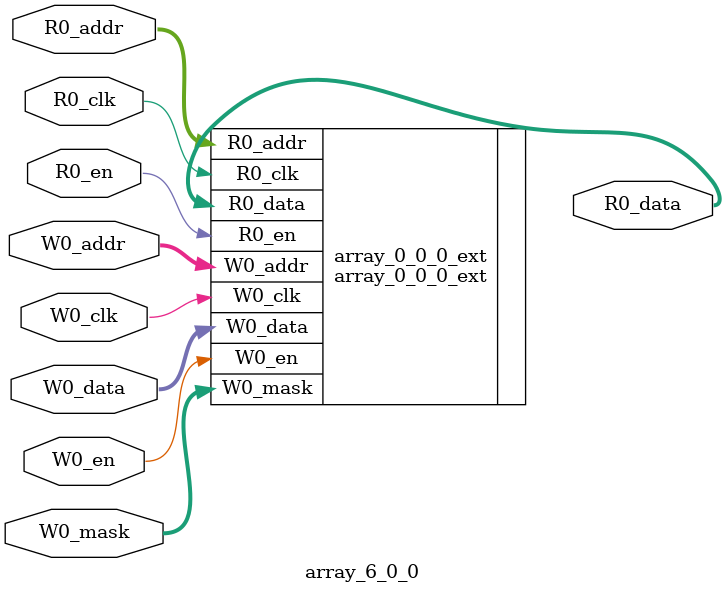
<source format=sv>
`ifndef RANDOMIZE
  `ifdef RANDOMIZE_REG_INIT
    `define RANDOMIZE
  `endif // RANDOMIZE_REG_INIT
`endif // not def RANDOMIZE
`ifndef RANDOMIZE
  `ifdef RANDOMIZE_MEM_INIT
    `define RANDOMIZE
  `endif // RANDOMIZE_MEM_INIT
`endif // not def RANDOMIZE

`ifndef RANDOM
  `define RANDOM $random
`endif // not def RANDOM

// Users can define 'PRINTF_COND' to add an extra gate to prints.
`ifndef PRINTF_COND_
  `ifdef PRINTF_COND
    `define PRINTF_COND_ (`PRINTF_COND)
  `else  // PRINTF_COND
    `define PRINTF_COND_ 1
  `endif // PRINTF_COND
`endif // not def PRINTF_COND_

// Users can define 'ASSERT_VERBOSE_COND' to add an extra gate to assert error printing.
`ifndef ASSERT_VERBOSE_COND_
  `ifdef ASSERT_VERBOSE_COND
    `define ASSERT_VERBOSE_COND_ (`ASSERT_VERBOSE_COND)
  `else  // ASSERT_VERBOSE_COND
    `define ASSERT_VERBOSE_COND_ 1
  `endif // ASSERT_VERBOSE_COND
`endif // not def ASSERT_VERBOSE_COND_

// Users can define 'STOP_COND' to add an extra gate to stop conditions.
`ifndef STOP_COND_
  `ifdef STOP_COND
    `define STOP_COND_ (`STOP_COND)
  `else  // STOP_COND
    `define STOP_COND_ 1
  `endif // STOP_COND
`endif // not def STOP_COND_

// Users can define INIT_RANDOM as general code that gets injected into the
// initializer block for modules with registers.
`ifndef INIT_RANDOM
  `define INIT_RANDOM
`endif // not def INIT_RANDOM

// If using random initialization, you can also define RANDOMIZE_DELAY to
// customize the delay used, otherwise 0.002 is used.
`ifndef RANDOMIZE_DELAY
  `define RANDOMIZE_DELAY 0.002
`endif // not def RANDOMIZE_DELAY

// Define INIT_RANDOM_PROLOG_ for use in our modules below.
`ifndef INIT_RANDOM_PROLOG_
  `ifdef RANDOMIZE
    `ifdef VERILATOR
      `define INIT_RANDOM_PROLOG_ `INIT_RANDOM
    `else  // VERILATOR
      `define INIT_RANDOM_PROLOG_ `INIT_RANDOM #`RANDOMIZE_DELAY begin end
    `endif // VERILATOR
  `else  // RANDOMIZE
    `define INIT_RANDOM_PROLOG_
  `endif // RANDOMIZE
`endif // not def INIT_RANDOM_PROLOG_

module array_6_0_0(	// @[DescribedSRAM.scala:17:26]
  input  [6:0]   R0_addr,
  input          R0_en,
                 R0_clk,
  input  [6:0]   W0_addr,
  input          W0_en,
                 W0_clk,
  input  [127:0] W0_data,
  input  [1:0]   W0_mask,
  output [127:0] R0_data
);

  array_0_0_0_ext array_0_0_0_ext (	// @[DescribedSRAM.scala:17:26]
    .R0_addr (R0_addr),
    .R0_en   (R0_en),
    .R0_clk  (R0_clk),
    .W0_addr (W0_addr),
    .W0_en   (W0_en),
    .W0_clk  (W0_clk),
    .W0_data (W0_data),
    .W0_mask (W0_mask),
    .R0_data (R0_data)
  );
endmodule


</source>
